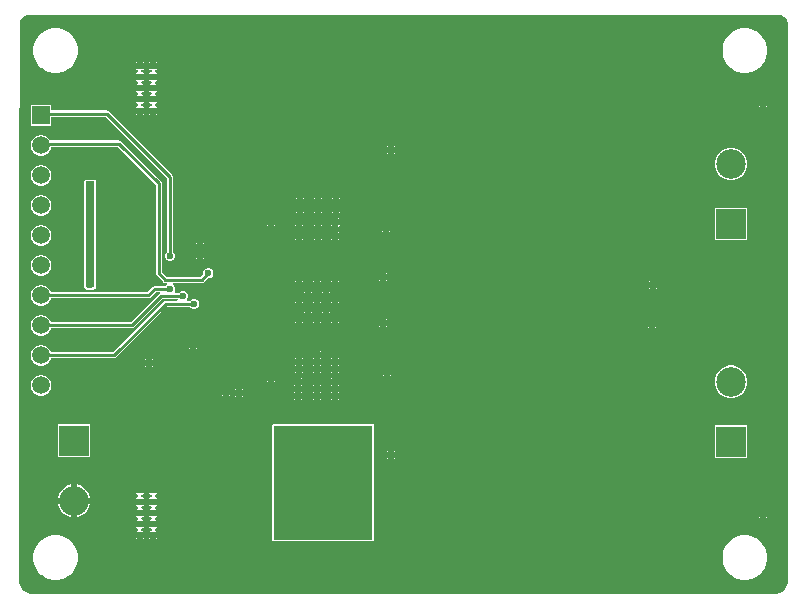
<source format=gbl>
G04*
G04 #@! TF.GenerationSoftware,Altium Limited,Altium Designer,23.1.1 (15)*
G04*
G04 Layer_Physical_Order=2*
G04 Layer_Color=16711680*
%FSLAX44Y44*%
%MOMM*%
G71*
G04*
G04 #@! TF.SameCoordinates,268351B6-6D58-47A7-88F6-7EDC03A6DC4B*
G04*
G04*
G04 #@! TF.FilePolarity,Positive*
G04*
G01*
G75*
%ADD11C,0.2540*%
%ADD35C,0.6000*%
%ADD110C,1.5000*%
%ADD111R,1.5000X1.5000*%
%ADD112R,2.5000X2.5000*%
%ADD113C,2.5000*%
%ADD114R,0.7623X8.9513*%
%ADD115R,8.3864X9.6520*%
G36*
X649654Y494993D02*
X651109Y494389D01*
X652420Y493514D01*
X653534Y492400D01*
X654409Y491090D01*
X655013Y489634D01*
X655320Y488088D01*
Y487300D01*
Y15240D01*
Y14239D01*
X654930Y12276D01*
X654164Y10427D01*
X653052Y8763D01*
X651637Y7348D01*
X649973Y6236D01*
X648123Y5470D01*
X646161Y5080D01*
X13729D01*
X11766Y5470D01*
X9917Y6236D01*
X8253Y7348D01*
X6838Y8763D01*
X5726Y10427D01*
X4960Y12276D01*
X4570Y14239D01*
Y28659D01*
X4615Y28663D01*
X4698Y28698D01*
X4761Y28761D01*
X4796Y28844D01*
X4800Y28889D01*
Y416336D01*
X4843Y416439D01*
X4921Y416517D01*
X5024Y416560D01*
X5080D01*
Y487680D01*
Y488430D01*
X5373Y489903D01*
X5947Y491289D01*
X6781Y492537D01*
X7843Y493599D01*
X9091Y494433D01*
X10477Y495007D01*
X11949Y495300D01*
X648108D01*
X649654Y494993D01*
D02*
G37*
%LPC*%
G36*
X37079Y483519D02*
X33632D01*
X33502Y483465D01*
X33364Y483493D01*
X29983Y482820D01*
X29866Y482742D01*
X29725D01*
X26540Y481423D01*
X26440Y481323D01*
X26302Y481296D01*
X23436Y479381D01*
X23358Y479264D01*
X23228Y479210D01*
X20790Y476772D01*
X20736Y476642D01*
X20619Y476564D01*
X18704Y473698D01*
X18677Y473560D01*
X18577Y473460D01*
X17258Y470275D01*
Y470134D01*
X17180Y470017D01*
X16507Y466636D01*
X16535Y466498D01*
X16481Y466368D01*
Y462921D01*
X16535Y462791D01*
X16507Y462653D01*
X17180Y459272D01*
X17258Y459155D01*
Y459014D01*
X18577Y455829D01*
X18677Y455730D01*
X18704Y455592D01*
X20619Y452725D01*
X20736Y452647D01*
X20790Y452517D01*
X23228Y450079D01*
X23358Y450026D01*
X23436Y449908D01*
X26302Y447993D01*
X26440Y447966D01*
X26540Y447866D01*
X29725Y446547D01*
X29866D01*
X29983Y446469D01*
X33364Y445796D01*
X33502Y445824D01*
X33632Y445770D01*
X37079D01*
X37209Y445824D01*
X37347Y445796D01*
X40728Y446469D01*
X40845Y446547D01*
X40986D01*
X44171Y447866D01*
X44270Y447966D01*
X44408Y447993D01*
X47275Y449908D01*
X47353Y450026D01*
X47483Y450079D01*
X49921Y452517D01*
X49974Y452647D01*
X50091Y452725D01*
X52007Y455592D01*
X52034Y455730D01*
X52134Y455829D01*
X53453Y459014D01*
Y459155D01*
X53531Y459272D01*
X54204Y462653D01*
X54176Y462791D01*
X54230Y462921D01*
Y466368D01*
X54176Y466498D01*
X54204Y466636D01*
X53531Y470017D01*
X53453Y470134D01*
Y470275D01*
X52134Y473460D01*
X52034Y473560D01*
X52007Y473698D01*
X50091Y476564D01*
X49974Y476642D01*
X49921Y476772D01*
X47483Y479210D01*
X47353Y479264D01*
X47275Y479381D01*
X44408Y481296D01*
X44270Y481323D01*
X44171Y481423D01*
X40986Y482742D01*
X40845D01*
X40728Y482820D01*
X37347Y483493D01*
X37209Y483465D01*
X37079Y483519D01*
D02*
G37*
G36*
X620648Y483519D02*
X617201D01*
X617071Y483465D01*
X616933Y483493D01*
X613552Y482820D01*
X613435Y482742D01*
X613294D01*
X610109Y481423D01*
X610009Y481323D01*
X609871Y481296D01*
X607005Y479381D01*
X606927Y479263D01*
X606797Y479210D01*
X604359Y476772D01*
X604305Y476642D01*
X604188Y476564D01*
X602273Y473698D01*
X602246Y473559D01*
X602146Y473460D01*
X600827Y470275D01*
Y470134D01*
X600749Y470017D01*
X600076Y466636D01*
X600104Y466498D01*
X600050Y466368D01*
Y462921D01*
X600104Y462791D01*
X600076Y462653D01*
X600749Y459272D01*
X600827Y459155D01*
Y459014D01*
X602146Y455829D01*
X602246Y455729D01*
X602273Y455591D01*
X604188Y452725D01*
X604305Y452647D01*
X604359Y452517D01*
X606797Y450079D01*
X606927Y450025D01*
X607005Y449908D01*
X609871Y447993D01*
X610009Y447966D01*
X610109Y447866D01*
X613294Y446547D01*
X613435D01*
X613552Y446469D01*
X616933Y445796D01*
X617071Y445824D01*
X617201Y445770D01*
X620648D01*
X620778Y445824D01*
X620916Y445796D01*
X624297Y446469D01*
X624414Y446547D01*
X624555D01*
X627740Y447866D01*
X627840Y447966D01*
X627978Y447993D01*
X630844Y449908D01*
X630922Y450025D01*
X631052Y450079D01*
X633490Y452517D01*
X633544Y452647D01*
X633661Y452725D01*
X635576Y455591D01*
X635603Y455729D01*
X635703Y455829D01*
X637022Y459014D01*
Y459155D01*
X637100Y459272D01*
X637773Y462653D01*
X637745Y462791D01*
X637799Y462921D01*
Y466368D01*
X637745Y466498D01*
X637773Y466636D01*
X637100Y470017D01*
X637022Y470134D01*
Y470275D01*
X635703Y473460D01*
X635603Y473559D01*
X635576Y473698D01*
X633661Y476564D01*
X633544Y476642D01*
X633490Y476772D01*
X631052Y479210D01*
X630922Y479264D01*
X630844Y479381D01*
X627978Y481296D01*
X627840Y481323D01*
X627740Y481423D01*
X624555Y482742D01*
X624414D01*
X624297Y482820D01*
X620916Y483493D01*
X620778Y483465D01*
X620648Y483519D01*
D02*
G37*
G36*
X120622Y455619D02*
Y454660D01*
X121580D01*
X120622Y455619D01*
D02*
G37*
G36*
X115542D02*
X114583Y454660D01*
X115542D01*
Y455619D01*
D02*
G37*
G36*
X109220D02*
Y454660D01*
X110179D01*
X109220Y455619D01*
D02*
G37*
G36*
X104140D02*
X103181Y454660D01*
X104140D01*
Y455619D01*
D02*
G37*
G36*
X121580Y449580D02*
X114583D01*
X115663Y448500D01*
X116778Y448038D01*
Y446677D01*
X115663Y446215D01*
X114583Y445135D01*
X121580D01*
X120500Y446215D01*
X119386Y446677D01*
Y448038D01*
X120500Y448500D01*
X121580Y449580D01*
D02*
G37*
G36*
X110179D02*
X103181D01*
X104261Y448500D01*
X105376Y448038D01*
Y446677D01*
X104261Y446215D01*
X103181Y445135D01*
X110179D01*
X109099Y446215D01*
X107984Y446677D01*
Y448038D01*
X109099Y448500D01*
X110179Y449580D01*
D02*
G37*
G36*
X121580Y440055D02*
X114583D01*
X115663Y438975D01*
X116778Y438513D01*
Y437152D01*
X115663Y436690D01*
X114583Y435610D01*
X121580D01*
X120500Y436690D01*
X119386Y437152D01*
Y438513D01*
X120500Y438975D01*
X121580Y440055D01*
D02*
G37*
G36*
X110179D02*
X103181D01*
X104261Y438975D01*
X105376Y438513D01*
Y437152D01*
X104261Y436690D01*
X103181Y435610D01*
X110179D01*
X109099Y436690D01*
X107984Y437152D01*
Y438513D01*
X109099Y438975D01*
X110179Y440055D01*
D02*
G37*
G36*
X121580Y430530D02*
X114583D01*
X115663Y429450D01*
X116778Y428988D01*
Y427627D01*
X115663Y427165D01*
X114583Y426085D01*
X121580D01*
X120500Y427165D01*
X119386Y427627D01*
Y428988D01*
X120500Y429450D01*
X121580Y430530D01*
D02*
G37*
G36*
X110179D02*
X103181D01*
X104261Y429450D01*
X105376Y428988D01*
Y427627D01*
X104261Y427165D01*
X103181Y426085D01*
X110179D01*
X109099Y427165D01*
X107984Y427627D01*
Y428988D01*
X109099Y429450D01*
X110179Y430530D01*
D02*
G37*
G36*
X636973Y424123D02*
Y423164D01*
X637931D01*
X636973Y424123D01*
D02*
G37*
G36*
X631893D02*
X630934Y423164D01*
X631893D01*
Y424123D01*
D02*
G37*
G36*
X637931Y418084D02*
X636973D01*
Y417125D01*
X637931Y418084D01*
D02*
G37*
G36*
X631893D02*
X630934D01*
X631893Y417125D01*
Y418084D01*
D02*
G37*
G36*
X121580Y421005D02*
X114583D01*
X115663Y419925D01*
X116778Y419463D01*
Y418102D01*
X115663Y417640D01*
X114583Y416560D01*
X121580D01*
X120500Y417640D01*
X119386Y418102D01*
Y419463D01*
X120500Y419925D01*
X121580Y421005D01*
D02*
G37*
G36*
X110179D02*
X103181D01*
X104261Y419925D01*
X105376Y419463D01*
Y418102D01*
X104261Y417640D01*
X103181Y416560D01*
X110179D01*
X109099Y417640D01*
X107984Y418102D01*
Y419463D01*
X109099Y419925D01*
X110179Y421005D01*
D02*
G37*
G36*
X121580Y411480D02*
X120622D01*
Y410521D01*
X121580Y411480D01*
D02*
G37*
G36*
X115542D02*
X114583D01*
X115542Y410521D01*
Y411480D01*
D02*
G37*
G36*
X110179D02*
X109220D01*
Y410521D01*
X110179Y411480D01*
D02*
G37*
G36*
X104140D02*
X103181D01*
X104140Y410521D01*
Y411480D01*
D02*
G37*
G36*
X322072Y384499D02*
Y383540D01*
X323031D01*
X322072Y384499D01*
D02*
G37*
G36*
X316992D02*
X316033Y383540D01*
X316992D01*
Y384499D01*
D02*
G37*
G36*
X323031Y378460D02*
X322072D01*
Y377501D01*
X323031Y378460D01*
D02*
G37*
G36*
X316992D02*
X316033D01*
X316992Y377501D01*
Y378460D01*
D02*
G37*
G36*
X608873Y382324D02*
X605247D01*
X601745Y381386D01*
X598605Y379573D01*
X596041Y377009D01*
X594228Y373869D01*
X593290Y370367D01*
Y366741D01*
X594228Y363239D01*
X596041Y360099D01*
X598605Y357535D01*
X601745Y355722D01*
X605247Y354784D01*
X608873D01*
X612375Y355722D01*
X615515Y357535D01*
X618079Y360099D01*
X619892Y363239D01*
X620830Y366741D01*
Y370367D01*
X619892Y373869D01*
X618079Y377009D01*
X615515Y379573D01*
X612375Y381386D01*
X608873Y382324D01*
D02*
G37*
G36*
X24155Y367970D02*
X21845D01*
X19615Y367372D01*
X17615Y366218D01*
X15982Y364585D01*
X14828Y362585D01*
X14230Y360355D01*
Y358045D01*
X14828Y355815D01*
X15982Y353815D01*
X17615Y352182D01*
X19615Y351028D01*
X21845Y350430D01*
X24155D01*
X26385Y351028D01*
X28385Y352182D01*
X30018Y353815D01*
X31172Y355815D01*
X31770Y358045D01*
Y360355D01*
X31172Y362585D01*
X30018Y364585D01*
X28385Y366218D01*
X26385Y367372D01*
X24155Y367970D01*
D02*
G37*
G36*
X275232Y345637D02*
Y344678D01*
X276191D01*
X275232Y345637D01*
D02*
G37*
G36*
X270152D02*
X269193Y344678D01*
X270152D01*
Y345637D01*
D02*
G37*
G36*
X260382D02*
Y344678D01*
X261341D01*
X260382Y345637D01*
D02*
G37*
G36*
X255302D02*
X254343Y344678D01*
X255302D01*
Y345637D01*
D02*
G37*
G36*
X244602D02*
Y344678D01*
X245561D01*
X244602Y345637D01*
D02*
G37*
G36*
X239522D02*
X238563Y344678D01*
X239522D01*
Y345637D01*
D02*
G37*
G36*
X276191Y339598D02*
X275232D01*
Y338639D01*
X276191Y339598D01*
D02*
G37*
G36*
X270152D02*
X269193D01*
X270152Y338639D01*
Y339598D01*
D02*
G37*
G36*
X261341D02*
X260382D01*
Y338639D01*
X261341Y339598D01*
D02*
G37*
G36*
X255302D02*
X254343D01*
X255302Y338639D01*
Y339598D01*
D02*
G37*
G36*
X245561D02*
X244602D01*
Y338639D01*
X245561Y339598D01*
D02*
G37*
G36*
X239522D02*
X238563D01*
X239522Y338639D01*
Y339598D01*
D02*
G37*
G36*
X275232Y334329D02*
Y333371D01*
X276191D01*
X275232Y334329D01*
D02*
G37*
G36*
X270152D02*
X269193Y333371D01*
X270152D01*
Y334329D01*
D02*
G37*
G36*
X260382D02*
Y333371D01*
X261341D01*
X260382Y334329D01*
D02*
G37*
G36*
X255302D02*
X254343Y333371D01*
X255302D01*
Y334329D01*
D02*
G37*
G36*
X244602D02*
Y333371D01*
X245561D01*
X244602Y334329D01*
D02*
G37*
G36*
X239522D02*
X238563Y333371D01*
X239522D01*
Y334329D01*
D02*
G37*
G36*
X276191Y328291D02*
X275232D01*
Y327332D01*
X276191Y328291D01*
D02*
G37*
G36*
X270152D02*
X269193D01*
X270152Y327332D01*
Y328291D01*
D02*
G37*
G36*
X261341D02*
X260382D01*
Y327332D01*
X261341Y328291D01*
D02*
G37*
G36*
X255302D02*
X254343D01*
X255302Y327332D01*
Y328291D01*
D02*
G37*
G36*
X245561D02*
X244602D01*
Y327332D01*
X245561Y328291D01*
D02*
G37*
G36*
X239522D02*
X238563D01*
X239522Y327332D01*
Y328291D01*
D02*
G37*
G36*
X24155Y342570D02*
X21845D01*
X19615Y341972D01*
X17615Y340818D01*
X15982Y339185D01*
X14828Y337185D01*
X14230Y334955D01*
Y332645D01*
X14828Y330415D01*
X15982Y328415D01*
X17615Y326782D01*
X19615Y325628D01*
X21845Y325030D01*
X24155D01*
X26385Y325628D01*
X28385Y326782D01*
X30018Y328415D01*
X31172Y330415D01*
X31770Y332645D01*
Y334955D01*
X31172Y337185D01*
X30018Y339185D01*
X28385Y340818D01*
X26385Y341972D01*
X24155Y342570D01*
D02*
G37*
G36*
X220390Y323031D02*
Y322072D01*
X221349D01*
X220390Y323031D01*
D02*
G37*
G36*
X215310D02*
X214351Y322072D01*
X215310D01*
Y323031D01*
D02*
G37*
G36*
X274882Y322818D02*
Y321860D01*
X275841D01*
X274882Y322818D01*
D02*
G37*
G36*
X269802D02*
X268843Y321860D01*
X269802D01*
Y322818D01*
D02*
G37*
G36*
X260032D02*
Y321860D01*
X260991D01*
X260032Y322818D01*
D02*
G37*
G36*
X254952D02*
X253993Y321860D01*
X254952D01*
Y322818D01*
D02*
G37*
G36*
X244252D02*
Y321860D01*
X245211D01*
X244252Y322818D01*
D02*
G37*
G36*
X239172D02*
X238213Y321860D01*
X239172D01*
Y322818D01*
D02*
G37*
G36*
X317756Y318042D02*
Y317083D01*
X318714D01*
X317756Y318042D01*
D02*
G37*
G36*
X312676D02*
X311717Y317083D01*
X312676D01*
Y318042D01*
D02*
G37*
G36*
X221349Y316992D02*
X220390D01*
Y316033D01*
X221349Y316992D01*
D02*
G37*
G36*
X215310D02*
X214351D01*
X215310Y316033D01*
Y316992D01*
D02*
G37*
G36*
X275841Y316780D02*
X274882D01*
Y315821D01*
X275841Y316780D01*
D02*
G37*
G36*
X269802D02*
X268843D01*
X269802Y315821D01*
Y316780D01*
D02*
G37*
G36*
X260991D02*
X260032D01*
Y315821D01*
X260991Y316780D01*
D02*
G37*
G36*
X254952D02*
X253993D01*
X254952Y315821D01*
Y316780D01*
D02*
G37*
G36*
X245211D02*
X244252D01*
Y315821D01*
X245211Y316780D01*
D02*
G37*
G36*
X239172D02*
X238213D01*
X239172Y315821D01*
Y316780D01*
D02*
G37*
G36*
X318714Y312003D02*
X317756D01*
Y311045D01*
X318714Y312003D01*
D02*
G37*
G36*
X312676D02*
X311717D01*
X312676Y311045D01*
Y312003D01*
D02*
G37*
G36*
X274882Y311511D02*
Y310552D01*
X275841D01*
X274882Y311511D01*
D02*
G37*
G36*
X269802D02*
X268843Y310552D01*
X269802D01*
Y311511D01*
D02*
G37*
G36*
X260032D02*
Y310552D01*
X260991D01*
X260032Y311511D01*
D02*
G37*
G36*
X254952D02*
X253993Y310552D01*
X254952D01*
Y311511D01*
D02*
G37*
G36*
X244252D02*
Y310552D01*
X245211D01*
X244252Y311511D01*
D02*
G37*
G36*
X239172D02*
X238213Y310552D01*
X239172D01*
Y311511D01*
D02*
G37*
G36*
X160272Y308009D02*
Y307050D01*
X161231D01*
X160272Y308009D01*
D02*
G37*
G36*
X155192D02*
X154233Y307050D01*
X155192D01*
Y308009D01*
D02*
G37*
G36*
X275841Y305472D02*
X274882D01*
Y304514D01*
X275841Y305472D01*
D02*
G37*
G36*
X269802D02*
X268843D01*
X269802Y304514D01*
Y305472D01*
D02*
G37*
G36*
X260991D02*
X260032D01*
Y304514D01*
X260991Y305472D01*
D02*
G37*
G36*
X254952D02*
X253993D01*
X254952Y304514D01*
Y305472D01*
D02*
G37*
G36*
X245211D02*
X244252D01*
Y304514D01*
X245211Y305472D01*
D02*
G37*
G36*
X239172D02*
X238213D01*
X239172Y304514D01*
Y305472D01*
D02*
G37*
G36*
X620830Y331524D02*
X593290D01*
Y303984D01*
X620830D01*
Y331524D01*
D02*
G37*
G36*
X161231Y301970D02*
X160272D01*
Y301011D01*
X161231Y301970D01*
D02*
G37*
G36*
X155192D02*
X154233D01*
X155192Y301011D01*
Y301970D01*
D02*
G37*
G36*
X24155Y317170D02*
X21845D01*
X19615Y316572D01*
X17615Y315418D01*
X15982Y313785D01*
X14828Y311785D01*
X14230Y309555D01*
Y307245D01*
X14828Y305015D01*
X15982Y303015D01*
X17615Y301382D01*
X19615Y300228D01*
X21845Y299630D01*
X24155D01*
X26385Y300228D01*
X28385Y301382D01*
X30018Y303015D01*
X31172Y305015D01*
X31770Y307245D01*
Y309555D01*
X31172Y311785D01*
X30018Y313785D01*
X28385Y315418D01*
X26385Y316572D01*
X24155Y317170D01*
D02*
G37*
G36*
X159892Y295007D02*
Y294048D01*
X160850D01*
X159892Y295007D01*
D02*
G37*
G36*
X154812D02*
X153853Y294048D01*
X154812D01*
Y295007D01*
D02*
G37*
G36*
X160850Y288968D02*
X159892D01*
Y288010D01*
X160850Y288968D01*
D02*
G37*
G36*
X154812D02*
X153853D01*
X154812Y288010D01*
Y288968D01*
D02*
G37*
G36*
X31770Y418770D02*
X14230D01*
Y401230D01*
X31770D01*
Y408890D01*
X77413D01*
X129773Y356530D01*
Y294533D01*
X128743Y293503D01*
X128093Y291933D01*
Y290235D01*
X128743Y288665D01*
X129944Y287464D01*
X131514Y286814D01*
X133212D01*
X134782Y287464D01*
X135983Y288665D01*
X136633Y290235D01*
Y291933D01*
X135983Y293503D01*
X134953Y294533D01*
Y357603D01*
X134756Y358594D01*
X134194Y359434D01*
X80317Y413311D01*
X79477Y413873D01*
X78486Y414070D01*
X31770D01*
Y418770D01*
D02*
G37*
G36*
X315437Y276308D02*
Y275349D01*
X316395D01*
X315437Y276308D01*
D02*
G37*
G36*
X310357D02*
X309398Y275349D01*
X310357D01*
Y276308D01*
D02*
G37*
G36*
X259270Y275509D02*
Y274550D01*
X260229D01*
X259270Y275509D01*
D02*
G37*
G36*
X254190D02*
X253231Y274550D01*
X254190D01*
Y275509D01*
D02*
G37*
G36*
X243840D02*
Y274550D01*
X244799D01*
X243840Y275509D01*
D02*
G37*
G36*
X238760D02*
X237801Y274550D01*
X238760D01*
Y275509D01*
D02*
G37*
G36*
X274320Y275333D02*
Y274374D01*
X275279D01*
X274320Y275333D01*
D02*
G37*
G36*
X269240D02*
X268281Y274374D01*
X269240D01*
Y275333D01*
D02*
G37*
G36*
X24155Y291770D02*
X21845D01*
X19615Y291172D01*
X17615Y290018D01*
X15982Y288385D01*
X14828Y286385D01*
X14230Y284155D01*
Y281845D01*
X14828Y279615D01*
X15982Y277615D01*
X17615Y275982D01*
X19615Y274828D01*
X21845Y274230D01*
X24155D01*
X26385Y274828D01*
X28385Y275982D01*
X30018Y277615D01*
X31172Y279615D01*
X31770Y281845D01*
Y284155D01*
X31172Y286385D01*
X30018Y288385D01*
X28385Y290018D01*
X26385Y291172D01*
X24155Y291770D01*
D02*
G37*
G36*
X316395Y270269D02*
X315437D01*
Y269311D01*
X316395Y270269D01*
D02*
G37*
G36*
X310357D02*
X309398D01*
X310357Y269311D01*
Y270269D01*
D02*
G37*
G36*
X543306Y269983D02*
Y269024D01*
X544265D01*
X543306Y269983D01*
D02*
G37*
G36*
X538226D02*
X537267Y269024D01*
X538226D01*
Y269983D01*
D02*
G37*
G36*
X260229Y269470D02*
X259270D01*
Y268511D01*
X260229Y269470D01*
D02*
G37*
G36*
X254190D02*
X253231D01*
X254190Y268511D01*
Y269470D01*
D02*
G37*
G36*
X244799D02*
X243840D01*
Y268511D01*
X244799Y269470D01*
D02*
G37*
G36*
X238760D02*
X237801D01*
X238760Y268511D01*
Y269470D01*
D02*
G37*
G36*
X275279Y269294D02*
X274320D01*
Y268335D01*
X275279Y269294D01*
D02*
G37*
G36*
X269240D02*
X268281D01*
X269240Y268335D01*
Y269294D01*
D02*
G37*
G36*
X266700Y266701D02*
Y265742D01*
X267659D01*
X266700Y266701D01*
D02*
G37*
G36*
X261620D02*
X260661Y265742D01*
X261620D01*
Y266701D01*
D02*
G37*
G36*
X251460D02*
Y265742D01*
X252419D01*
X251460Y266701D01*
D02*
G37*
G36*
X246380D02*
X245421Y265742D01*
X246380D01*
Y266701D01*
D02*
G37*
G36*
X544265Y263944D02*
X543306D01*
Y262985D01*
X544265Y263944D01*
D02*
G37*
G36*
X538226D02*
X537267D01*
X538226Y262985D01*
Y263944D01*
D02*
G37*
G36*
X68583Y355271D02*
X60960D01*
X59988Y354869D01*
X59585Y353897D01*
Y264383D01*
X59988Y263411D01*
X60960Y263009D01*
X61411D01*
X62105Y262315D01*
X63674Y261665D01*
X65373D01*
X66942Y262315D01*
X67635Y263009D01*
X68583D01*
X69555Y263411D01*
X69958Y264383D01*
Y353897D01*
X69555Y354869D01*
X68583Y355271D01*
D02*
G37*
G36*
X24155Y393370D02*
X21845D01*
X19615Y392772D01*
X17615Y391618D01*
X15982Y389985D01*
X14828Y387985D01*
X14230Y385755D01*
Y383445D01*
X14828Y381215D01*
X15982Y379215D01*
X17615Y377582D01*
X19615Y376428D01*
X21845Y375830D01*
X24155D01*
X26385Y376428D01*
X28385Y377582D01*
X30018Y379215D01*
X31172Y381215D01*
X31770Y383445D01*
Y383490D01*
X87827D01*
X120092Y351225D01*
Y276301D01*
X120289Y275310D01*
X120851Y274470D01*
X126388Y268933D01*
X127228Y268371D01*
X128219Y268174D01*
X129960D01*
X130213Y266904D01*
X129944Y266793D01*
X128914Y265763D01*
X119501D01*
X118510Y265566D01*
X117670Y265004D01*
X112855Y260190D01*
X31385D01*
X31172Y260985D01*
X30018Y262985D01*
X28385Y264618D01*
X26385Y265772D01*
X24155Y266370D01*
X21845D01*
X19615Y265772D01*
X17615Y264618D01*
X15982Y262985D01*
X14828Y260985D01*
X14230Y258755D01*
Y256445D01*
X14828Y254215D01*
X15982Y252215D01*
X17615Y250582D01*
X19615Y249428D01*
X21845Y248830D01*
X24155D01*
X26385Y249428D01*
X28385Y250582D01*
X30018Y252215D01*
X31172Y254215D01*
X31385Y255010D01*
X113928D01*
X114919Y255207D01*
X115759Y255769D01*
X120574Y260583D01*
X123575D01*
X123736Y260127D01*
X123786Y259313D01*
X123137Y258879D01*
X99047Y234790D01*
X31385D01*
X31172Y235585D01*
X30018Y237585D01*
X28385Y239218D01*
X26385Y240372D01*
X24155Y240970D01*
X21845D01*
X19615Y240372D01*
X17615Y239218D01*
X15982Y237585D01*
X14828Y235585D01*
X14230Y233355D01*
Y231045D01*
X14828Y228815D01*
X15982Y226815D01*
X17615Y225182D01*
X19615Y224028D01*
X21845Y223430D01*
X24155D01*
X26385Y224028D01*
X28385Y225182D01*
X30018Y226815D01*
X31172Y228815D01*
X31385Y229610D01*
X100120D01*
X101111Y229807D01*
X101951Y230369D01*
X126041Y254458D01*
X138781D01*
X138946Y254212D01*
X138267Y252942D01*
X128432D01*
X127441Y252745D01*
X126601Y252183D01*
X83807Y209390D01*
X31385D01*
X31172Y210185D01*
X30018Y212185D01*
X28385Y213818D01*
X26385Y214972D01*
X24155Y215570D01*
X21845D01*
X19615Y214972D01*
X17615Y213818D01*
X15982Y212185D01*
X14828Y210185D01*
X14230Y207955D01*
Y205645D01*
X14828Y203415D01*
X15982Y201415D01*
X17615Y199782D01*
X19615Y198628D01*
X21845Y198030D01*
X24155D01*
X26385Y198628D01*
X28385Y199782D01*
X30018Y201415D01*
X31172Y203415D01*
X31385Y204210D01*
X84880D01*
X85871Y204407D01*
X86711Y204969D01*
X129505Y247762D01*
X149297D01*
X150327Y246732D01*
X151897Y246082D01*
X153595D01*
X155165Y246732D01*
X156366Y247933D01*
X157016Y249503D01*
Y251201D01*
X156366Y252771D01*
X155165Y253972D01*
X153595Y254622D01*
X151897D01*
X150327Y253972D01*
X149297Y252942D01*
X146985D01*
X146458Y254212D01*
X146876Y254629D01*
X147526Y256199D01*
Y257897D01*
X146876Y259467D01*
X145675Y260668D01*
X144105Y261318D01*
X142407D01*
X140837Y260668D01*
X139807Y259638D01*
X136526D01*
X136046Y260908D01*
X136633Y262324D01*
Y264022D01*
X135983Y265592D01*
X134782Y266793D01*
X134513Y266904D01*
X134766Y268174D01*
X159260D01*
X160251Y268371D01*
X161091Y268933D01*
X164149Y271990D01*
X165606D01*
X167175Y272640D01*
X168376Y273841D01*
X169026Y275411D01*
Y277109D01*
X168376Y278679D01*
X167175Y279880D01*
X165606Y280530D01*
X163907D01*
X162337Y279880D01*
X161136Y278679D01*
X160486Y277109D01*
Y275653D01*
X158187Y273354D01*
X129292D01*
X125272Y277374D01*
Y352298D01*
X125075Y353289D01*
X124513Y354129D01*
X90731Y387911D01*
X89891Y388473D01*
X88900Y388670D01*
X30777D01*
X30018Y389985D01*
X28385Y391618D01*
X26385Y392772D01*
X24155Y393370D01*
D02*
G37*
G36*
X267659Y260662D02*
X266700D01*
Y259703D01*
X267659Y260662D01*
D02*
G37*
G36*
X261620D02*
X260661D01*
X261620Y259703D01*
Y260662D01*
D02*
G37*
G36*
X252419D02*
X251460D01*
Y259703D01*
X252419Y260662D01*
D02*
G37*
G36*
X246380D02*
X245421D01*
X246380Y259703D01*
Y260662D01*
D02*
G37*
G36*
X274320Y258009D02*
Y257050D01*
X275279D01*
X274320Y258009D01*
D02*
G37*
G36*
X269240D02*
X268281Y257050D01*
X269240D01*
Y258009D01*
D02*
G37*
G36*
X259270D02*
Y257050D01*
X260229D01*
X259270Y258009D01*
D02*
G37*
G36*
X254190D02*
X253231Y257050D01*
X254190D01*
Y258009D01*
D02*
G37*
G36*
X243840D02*
Y257050D01*
X244799D01*
X243840Y258009D01*
D02*
G37*
G36*
X238760D02*
X237801Y257050D01*
X238760D01*
Y258009D01*
D02*
G37*
G36*
X275279Y251970D02*
X274320D01*
Y251011D01*
X275279Y251970D01*
D02*
G37*
G36*
X269240D02*
X268281D01*
X269240Y251011D01*
Y251970D01*
D02*
G37*
G36*
X260229D02*
X259270D01*
Y251011D01*
X260229Y251970D01*
D02*
G37*
G36*
X254190D02*
X253231D01*
X254190Y251011D01*
Y251970D01*
D02*
G37*
G36*
X244799D02*
X243840D01*
Y251011D01*
X244799Y251970D01*
D02*
G37*
G36*
X238760D02*
X237801D01*
X238760Y251011D01*
Y251970D01*
D02*
G37*
G36*
X266700Y249509D02*
Y248550D01*
X267659D01*
X266700Y249509D01*
D02*
G37*
G36*
X261620D02*
X260661Y248550D01*
X261620D01*
Y249509D01*
D02*
G37*
G36*
X251460D02*
Y248550D01*
X252419D01*
X251460Y249509D01*
D02*
G37*
G36*
X246380D02*
X245421Y248550D01*
X246380D01*
Y249509D01*
D02*
G37*
G36*
X267659Y243470D02*
X266700D01*
Y242511D01*
X267659Y243470D01*
D02*
G37*
G36*
X261620D02*
X260661D01*
X261620Y242511D01*
Y243470D01*
D02*
G37*
G36*
X252419D02*
X251460D01*
Y242511D01*
X252419Y243470D01*
D02*
G37*
G36*
X246380D02*
X245421D01*
X246380Y242511D01*
Y243470D01*
D02*
G37*
G36*
X274320Y240759D02*
Y239800D01*
X275279D01*
X274320Y240759D01*
D02*
G37*
G36*
X269240D02*
X268281Y239800D01*
X269240D01*
Y240759D01*
D02*
G37*
G36*
X259270D02*
Y239800D01*
X260229D01*
X259270Y240759D01*
D02*
G37*
G36*
X254190D02*
X253231Y239800D01*
X254190D01*
Y240759D01*
D02*
G37*
G36*
X243840D02*
Y239800D01*
X244799D01*
X243840Y240759D01*
D02*
G37*
G36*
X238760D02*
X237801Y239800D01*
X238760D01*
Y240759D01*
D02*
G37*
G36*
X315482Y237567D02*
Y236609D01*
X316441D01*
X315482Y237567D01*
D02*
G37*
G36*
X310402D02*
X309443Y236609D01*
X310402D01*
Y237567D01*
D02*
G37*
G36*
X543143Y236415D02*
Y235456D01*
X544102D01*
X543143Y236415D01*
D02*
G37*
G36*
X538063D02*
X537105Y235456D01*
X538063D01*
Y236415D01*
D02*
G37*
G36*
X275279Y234720D02*
X274320D01*
Y233761D01*
X275279Y234720D01*
D02*
G37*
G36*
X269240D02*
X268281D01*
X269240Y233761D01*
Y234720D01*
D02*
G37*
G36*
X260229D02*
X259270D01*
Y233761D01*
X260229Y234720D01*
D02*
G37*
G36*
X254190D02*
X253231D01*
X254190Y233761D01*
Y234720D01*
D02*
G37*
G36*
X244799D02*
X243840D01*
Y233761D01*
X244799Y234720D01*
D02*
G37*
G36*
X238760D02*
X237801D01*
X238760Y233761D01*
Y234720D01*
D02*
G37*
G36*
X316441Y231528D02*
X315482D01*
Y230570D01*
X316441Y231528D01*
D02*
G37*
G36*
X310402D02*
X309443D01*
X310402Y230570D01*
Y231528D01*
D02*
G37*
G36*
X544102Y230376D02*
X543143D01*
Y229418D01*
X544102Y230376D01*
D02*
G37*
G36*
X538063D02*
X537105D01*
X538063Y229418D01*
Y230376D01*
D02*
G37*
G36*
X154268Y219007D02*
Y218048D01*
X155227D01*
X154268Y219007D01*
D02*
G37*
G36*
X149188D02*
X148230Y218048D01*
X149188D01*
Y219007D01*
D02*
G37*
G36*
X155227Y212968D02*
X154268D01*
Y212010D01*
X155227Y212968D01*
D02*
G37*
G36*
X149188D02*
X148230D01*
X149188Y212010D01*
Y212968D01*
D02*
G37*
G36*
X274470Y210306D02*
Y209348D01*
X275429D01*
X274470Y210306D01*
D02*
G37*
G36*
X269390D02*
X268431Y209348D01*
X269390D01*
Y210306D01*
D02*
G37*
G36*
X259620D02*
Y209348D01*
X260579D01*
X259620Y210306D01*
D02*
G37*
G36*
X254540D02*
X253581Y209348D01*
X254540D01*
Y210306D01*
D02*
G37*
G36*
X243840D02*
Y209348D01*
X244799D01*
X243840Y210306D01*
D02*
G37*
G36*
X238760D02*
X237801Y209348D01*
X238760D01*
Y210306D01*
D02*
G37*
G36*
X275429Y204268D02*
X274470D01*
Y203309D01*
X275429Y204268D01*
D02*
G37*
G36*
X269390D02*
X268431D01*
X269390Y203309D01*
Y204268D01*
D02*
G37*
G36*
X260579D02*
X259620D01*
Y203309D01*
X260579Y204268D01*
D02*
G37*
G36*
X254540D02*
X253581D01*
X254540Y203309D01*
Y204268D01*
D02*
G37*
G36*
X244799D02*
X243840D01*
Y203309D01*
X244799Y204268D01*
D02*
G37*
G36*
X238760D02*
X237801D01*
X238760Y203309D01*
Y204268D01*
D02*
G37*
G36*
X116842Y204123D02*
Y203164D01*
X117800D01*
X116842Y204123D01*
D02*
G37*
G36*
X111762D02*
X110803Y203164D01*
X111762D01*
Y204123D01*
D02*
G37*
G36*
X274470Y198999D02*
Y198040D01*
X275429D01*
X274470Y198999D01*
D02*
G37*
G36*
X269390D02*
X268431Y198040D01*
X269390D01*
Y198999D01*
D02*
G37*
G36*
X259620D02*
Y198040D01*
X260579D01*
X259620Y198999D01*
D02*
G37*
G36*
X254540D02*
X253581Y198040D01*
X254540D01*
Y198999D01*
D02*
G37*
G36*
X243840D02*
Y198040D01*
X244799D01*
X243840Y198999D01*
D02*
G37*
G36*
X238760D02*
X237801Y198040D01*
X238760D01*
Y198999D01*
D02*
G37*
G36*
X117800Y198084D02*
X116842D01*
Y197126D01*
X117800Y198084D01*
D02*
G37*
G36*
X111762D02*
X110803D01*
X111762Y197126D01*
Y198084D01*
D02*
G37*
G36*
X318390Y195996D02*
Y195038D01*
X319349D01*
X318390Y195996D01*
D02*
G37*
G36*
X313310D02*
X312352Y195038D01*
X313310D01*
Y195996D01*
D02*
G37*
G36*
X275429Y192960D02*
X274470D01*
Y192002D01*
X275429Y192960D01*
D02*
G37*
G36*
X269390D02*
X268431D01*
X269390Y192002D01*
Y192960D01*
D02*
G37*
G36*
X260579D02*
X259620D01*
Y192002D01*
X260579Y192960D01*
D02*
G37*
G36*
X254540D02*
X253581D01*
X254540Y192002D01*
Y192960D01*
D02*
G37*
G36*
X244799D02*
X243840D01*
Y192002D01*
X244799Y192960D01*
D02*
G37*
G36*
X238760D02*
X237801D01*
X238760Y192002D01*
Y192960D01*
D02*
G37*
G36*
X220390Y190987D02*
Y190028D01*
X221349D01*
X220390Y190987D01*
D02*
G37*
G36*
X215310D02*
X214351Y190028D01*
X215310D01*
Y190987D01*
D02*
G37*
G36*
X319349Y189958D02*
X318390D01*
Y188999D01*
X319349Y189958D01*
D02*
G37*
G36*
X313310D02*
X312352D01*
X313310Y188999D01*
Y189958D01*
D02*
G37*
G36*
X274120Y187488D02*
Y186529D01*
X275079D01*
X274120Y187488D01*
D02*
G37*
G36*
X269040D02*
X268081Y186529D01*
X269040D01*
Y187488D01*
D02*
G37*
G36*
X259270D02*
Y186529D01*
X260229D01*
X259270Y187488D01*
D02*
G37*
G36*
X254190D02*
X253231Y186529D01*
X254190D01*
Y187488D01*
D02*
G37*
G36*
X243490D02*
Y186529D01*
X244449D01*
X243490Y187488D01*
D02*
G37*
G36*
X238410D02*
X237451Y186529D01*
X238410D01*
Y187488D01*
D02*
G37*
G36*
X221349Y184948D02*
X220390D01*
Y183989D01*
X221349Y184948D01*
D02*
G37*
G36*
X215310D02*
X214351D01*
X215310Y183989D01*
Y184948D01*
D02*
G37*
G36*
X275079Y181449D02*
X274120D01*
Y180491D01*
X275079Y181449D01*
D02*
G37*
G36*
X269040D02*
X268081D01*
X269040Y180491D01*
Y181449D01*
D02*
G37*
G36*
X260229D02*
X259270D01*
Y180491D01*
X260229Y181449D01*
D02*
G37*
G36*
X254190D02*
X253231D01*
X254190Y180491D01*
Y181449D01*
D02*
G37*
G36*
X244449D02*
X243490D01*
Y180491D01*
X244449Y181449D01*
D02*
G37*
G36*
X238410D02*
X237451D01*
X238410Y180491D01*
Y181449D01*
D02*
G37*
G36*
X182161Y178848D02*
Y177889D01*
X183120D01*
X182161Y178848D01*
D02*
G37*
G36*
X177081D02*
X176122Y177889D01*
X177081D01*
Y178848D01*
D02*
G37*
G36*
X193083Y178721D02*
Y177762D01*
X194042D01*
X193083Y178721D01*
D02*
G37*
G36*
X188003D02*
X187044Y177762D01*
X188003D01*
Y178721D01*
D02*
G37*
G36*
X274120Y176181D02*
Y175222D01*
X275079D01*
X274120Y176181D01*
D02*
G37*
G36*
X269040D02*
X268081Y175222D01*
X269040D01*
Y176181D01*
D02*
G37*
G36*
X259270D02*
Y175222D01*
X260229D01*
X259270Y176181D01*
D02*
G37*
G36*
X254190D02*
X253231Y175222D01*
X254190D01*
Y176181D01*
D02*
G37*
G36*
X243490D02*
Y175222D01*
X244449D01*
X243490Y176181D01*
D02*
G37*
G36*
X238410D02*
X237451Y175222D01*
X238410D01*
Y176181D01*
D02*
G37*
G36*
X24155Y190170D02*
X21845D01*
X19615Y189572D01*
X17615Y188418D01*
X15982Y186785D01*
X14828Y184785D01*
X14230Y182555D01*
Y180245D01*
X14828Y178015D01*
X15982Y176015D01*
X17615Y174382D01*
X19615Y173228D01*
X21845Y172630D01*
X24155D01*
X26385Y173228D01*
X28385Y174382D01*
X30018Y176015D01*
X31172Y178015D01*
X31770Y180245D01*
Y182555D01*
X31172Y184785D01*
X30018Y186785D01*
X28385Y188418D01*
X26385Y189572D01*
X24155Y190170D01*
D02*
G37*
G36*
X183120Y172809D02*
X182161D01*
Y171850D01*
X183120Y172809D01*
D02*
G37*
G36*
X177081D02*
X176122D01*
X177081Y171850D01*
Y172809D01*
D02*
G37*
G36*
X194042Y172682D02*
X193083D01*
Y171723D01*
X194042Y172682D01*
D02*
G37*
G36*
X188003D02*
X187044D01*
X188003Y171723D01*
Y172682D01*
D02*
G37*
G36*
X608873Y198174D02*
X605247D01*
X601745Y197236D01*
X598605Y195423D01*
X596041Y192859D01*
X594228Y189719D01*
X593290Y186217D01*
Y182591D01*
X594228Y179089D01*
X596041Y175949D01*
X598605Y173385D01*
X601745Y171572D01*
X605247Y170634D01*
X608873D01*
X612375Y171572D01*
X615515Y173385D01*
X618079Y175949D01*
X619892Y179089D01*
X620830Y182591D01*
Y186217D01*
X619892Y189719D01*
X618079Y192859D01*
X615515Y195423D01*
X612375Y197236D01*
X608873Y198174D01*
D02*
G37*
G36*
X275079Y170142D02*
X274120D01*
Y169183D01*
X275079Y170142D01*
D02*
G37*
G36*
X269040D02*
X268081D01*
X269040Y169183D01*
Y170142D01*
D02*
G37*
G36*
X260229D02*
X259270D01*
Y169183D01*
X260229Y170142D01*
D02*
G37*
G36*
X254190D02*
X253231D01*
X254190Y169183D01*
Y170142D01*
D02*
G37*
G36*
X244449D02*
X243490D01*
Y169183D01*
X244449Y170142D01*
D02*
G37*
G36*
X238410D02*
X237451D01*
X238410Y169183D01*
Y170142D01*
D02*
G37*
G36*
X321722Y126217D02*
Y125258D01*
X322680D01*
X321722Y126217D01*
D02*
G37*
G36*
X316642D02*
X315683Y125258D01*
X316642D01*
Y126217D01*
D02*
G37*
G36*
X64570Y148390D02*
X37030D01*
Y120850D01*
X64570D01*
Y148390D01*
D02*
G37*
G36*
X620830Y147374D02*
X593290D01*
Y119834D01*
X620830D01*
Y147374D01*
D02*
G37*
G36*
X322680Y120178D02*
X321722D01*
Y119219D01*
X322680Y120178D01*
D02*
G37*
G36*
X316642D02*
X315683D01*
X316642Y119219D01*
Y120178D01*
D02*
G37*
G36*
X120622Y95825D02*
Y94866D01*
X121580D01*
X120622Y95825D01*
D02*
G37*
G36*
X115542D02*
X114583Y94866D01*
X115542D01*
Y95825D01*
D02*
G37*
G36*
X109220D02*
Y94866D01*
X110179D01*
X109220Y95825D01*
D02*
G37*
G36*
X104140D02*
X103181Y94866D01*
X104140D01*
Y95825D01*
D02*
G37*
G36*
X53340Y97395D02*
Y86360D01*
X64375D01*
X63632Y89135D01*
X61819Y92275D01*
X59255Y94839D01*
X56115Y96652D01*
X53340Y97395D01*
D02*
G37*
G36*
X48260D02*
X45485Y96652D01*
X42345Y94839D01*
X39781Y92275D01*
X37968Y89135D01*
X37225Y86360D01*
X48260D01*
Y97395D01*
D02*
G37*
G36*
X121580Y89786D02*
X114583D01*
X115663Y88706D01*
X116778Y88244D01*
Y86883D01*
X115663Y86421D01*
X114583Y85341D01*
X121580D01*
X120500Y86421D01*
X119386Y86883D01*
Y88244D01*
X120500Y88706D01*
X121580Y89786D01*
D02*
G37*
G36*
X110179D02*
X103181D01*
X104261Y88706D01*
X105376Y88244D01*
Y86883D01*
X104261Y86421D01*
X103181Y85341D01*
X110179D01*
X109099Y86421D01*
X107984Y86883D01*
Y88244D01*
X109099Y88706D01*
X110179Y89786D01*
D02*
G37*
G36*
X121580Y80261D02*
X114583D01*
X115663Y79181D01*
X116778Y78719D01*
Y77358D01*
X115663Y76896D01*
X114583Y75816D01*
X121580D01*
X120500Y76896D01*
X119386Y77358D01*
Y78719D01*
X120500Y79181D01*
X121580Y80261D01*
D02*
G37*
G36*
X110179D02*
X103181D01*
X104261Y79181D01*
X105376Y78719D01*
Y77358D01*
X104261Y76896D01*
X103181Y75816D01*
X110179D01*
X109099Y76896D01*
X107984Y77358D01*
Y78719D01*
X109099Y79181D01*
X110179Y80261D01*
D02*
G37*
G36*
X637075Y75635D02*
Y74676D01*
X638033D01*
X637075Y75635D01*
D02*
G37*
G36*
X631995D02*
X631036Y74676D01*
X631995D01*
Y75635D01*
D02*
G37*
G36*
X64375Y81280D02*
X53340D01*
Y70245D01*
X56115Y70988D01*
X59255Y72801D01*
X61819Y75365D01*
X63632Y78505D01*
X64375Y81280D01*
D02*
G37*
G36*
X48260D02*
X37225D01*
X37968Y78505D01*
X39781Y75365D01*
X42345Y72801D01*
X45485Y70988D01*
X48260Y70245D01*
Y81280D01*
D02*
G37*
G36*
X638033Y69596D02*
X637075D01*
Y68637D01*
X638033Y69596D01*
D02*
G37*
G36*
X631995D02*
X631036D01*
X631995Y68637D01*
Y69596D01*
D02*
G37*
G36*
X121580Y70736D02*
X114583D01*
X115663Y69656D01*
X116778Y69194D01*
Y67833D01*
X115663Y67371D01*
X114583Y66291D01*
X121580D01*
X120500Y67371D01*
X119386Y67833D01*
Y69194D01*
X120500Y69656D01*
X121580Y70736D01*
D02*
G37*
G36*
X110179D02*
X103181D01*
X104261Y69656D01*
X105376Y69194D01*
Y67833D01*
X104261Y67371D01*
X103181Y66291D01*
X110179D01*
X109099Y67371D01*
X107984Y67833D01*
Y69194D01*
X109099Y69656D01*
X110179Y70736D01*
D02*
G37*
G36*
X121580Y61211D02*
X114583D01*
X115663Y60131D01*
X116778Y59669D01*
Y58308D01*
X115663Y57846D01*
X114583Y56766D01*
X121580D01*
X120500Y57846D01*
X119386Y58308D01*
Y59669D01*
X120500Y60131D01*
X121580Y61211D01*
D02*
G37*
G36*
X110179D02*
X103181D01*
X104261Y60131D01*
X105376Y59669D01*
Y58308D01*
X104261Y57846D01*
X103181Y56766D01*
X110179D01*
X109099Y57846D01*
X107984Y58308D01*
Y59669D01*
X109099Y60131D01*
X110179Y61211D01*
D02*
G37*
G36*
X620648Y54279D02*
X617201D01*
X617071Y54226D01*
X616933Y54253D01*
X613552Y53580D01*
X613435Y53502D01*
X613294D01*
X610109Y52183D01*
X610010Y52083D01*
X609872Y52056D01*
X607005Y50141D01*
X606927Y50024D01*
X606797Y49970D01*
X604360Y47532D01*
X604306Y47402D01*
X604188Y47324D01*
X602273Y44458D01*
X602246Y44320D01*
X602146Y44220D01*
X600827Y41035D01*
Y40894D01*
X600749Y40777D01*
X600076Y37397D01*
X600081Y37372D01*
X600076Y37347D01*
X600097Y37242D01*
X600050Y37128D01*
Y33632D01*
X600097Y33518D01*
X600076Y33413D01*
X600081Y33388D01*
X600076Y33364D01*
X600749Y29983D01*
X600827Y29866D01*
Y29725D01*
X602146Y26540D01*
X602246Y26440D01*
X602273Y26302D01*
X604188Y23436D01*
X604306Y23358D01*
X604360Y23228D01*
X606797Y20790D01*
X606927Y20736D01*
X607005Y20619D01*
X609872Y18704D01*
X610010Y18677D01*
X610109Y18577D01*
X613294Y17258D01*
X613435D01*
X613552Y17180D01*
X616933Y16507D01*
X617071Y16535D01*
X617201Y16481D01*
X620648D01*
X620778Y16535D01*
X620916Y16507D01*
X624297Y17180D01*
X624414Y17258D01*
X624555D01*
X627740Y18577D01*
X627840Y18677D01*
X627978Y18704D01*
X630844Y20619D01*
X630922Y20736D01*
X631052Y20790D01*
X633490Y23228D01*
X633544Y23358D01*
X633661Y23436D01*
X635576Y26302D01*
X635603Y26440D01*
X635703Y26540D01*
X637022Y29725D01*
Y29866D01*
X637100Y29983D01*
X637773Y33364D01*
X637768Y33388D01*
X637773Y33413D01*
X637752Y33518D01*
X637799Y33632D01*
Y37128D01*
X637752Y37242D01*
X637773Y37347D01*
X637768Y37372D01*
X637773Y37397D01*
X637100Y40777D01*
X637022Y40894D01*
Y41035D01*
X635703Y44220D01*
X635603Y44320D01*
X635576Y44458D01*
X633661Y47324D01*
X633544Y47402D01*
X633490Y47532D01*
X631052Y49970D01*
X630922Y50024D01*
X630844Y50141D01*
X627978Y52056D01*
X627840Y52083D01*
X627740Y52183D01*
X624555Y53502D01*
X624414D01*
X624297Y53580D01*
X620916Y54253D01*
X620778Y54226D01*
X620648Y54279D01*
D02*
G37*
G36*
X37080Y54230D02*
X33632D01*
X33502Y54177D01*
X33364Y54204D01*
X29983Y53532D01*
X29866Y53453D01*
X29725D01*
X26540Y52134D01*
X26441Y52035D01*
X26303Y52007D01*
X23437Y50092D01*
X23358Y49975D01*
X23228Y49921D01*
X20791Y47484D01*
X20737Y47353D01*
X20620Y47275D01*
X18705Y44409D01*
X18677Y44271D01*
X18578Y44171D01*
X17258Y40986D01*
Y40846D01*
X17180Y40729D01*
X16508Y37348D01*
X16535Y37210D01*
X16481Y37080D01*
Y33632D01*
X16535Y33502D01*
X16508Y33364D01*
X17180Y29983D01*
X17258Y29866D01*
Y29725D01*
X18578Y26540D01*
X18677Y26441D01*
X18705Y26303D01*
X20620Y23437D01*
X20737Y23358D01*
X20791Y23228D01*
X23228Y20791D01*
X23358Y20737D01*
X23437Y20620D01*
X26303Y18705D01*
X26441Y18677D01*
X26540Y18578D01*
X29725Y17258D01*
X29866D01*
X29983Y17180D01*
X33364Y16508D01*
X33502Y16535D01*
X33632Y16481D01*
X37080D01*
X37210Y16535D01*
X37348Y16508D01*
X40729Y17180D01*
X40846Y17258D01*
X40986D01*
X44171Y18578D01*
X44271Y18677D01*
X44409Y18705D01*
X47275Y20620D01*
X47353Y20737D01*
X47484Y20791D01*
X49921Y23228D01*
X49975Y23358D01*
X50092Y23437D01*
X52007Y26303D01*
X52035Y26441D01*
X52134Y26540D01*
X53453Y29725D01*
Y29866D01*
X53532Y29983D01*
X54204Y33364D01*
X54177Y33502D01*
X54230Y33632D01*
Y37080D01*
X54177Y37209D01*
X54204Y37348D01*
X53532Y40729D01*
X53453Y40846D01*
Y40986D01*
X52134Y44171D01*
X52035Y44271D01*
X52007Y44409D01*
X50092Y47275D01*
X49975Y47353D01*
X49921Y47484D01*
X47484Y49921D01*
X47353Y49975D01*
X47275Y50092D01*
X44409Y52007D01*
X44271Y52035D01*
X44171Y52134D01*
X40986Y53453D01*
X40846D01*
X40729Y53532D01*
X37348Y54204D01*
X37209Y54177D01*
X37080Y54230D01*
D02*
G37*
G36*
X121580Y51686D02*
X120622D01*
Y50727D01*
X121580Y51686D01*
D02*
G37*
G36*
X115542D02*
X114583D01*
X115542Y50727D01*
Y51686D01*
D02*
G37*
G36*
X110179D02*
X109220D01*
Y50727D01*
X110179Y51686D01*
D02*
G37*
G36*
X104140D02*
X103181D01*
X104140Y50727D01*
Y51686D01*
D02*
G37*
G36*
X303942Y148695D02*
X220078D01*
X219106Y148292D01*
X218703Y147320D01*
Y50800D01*
X219106Y49828D01*
X220078Y49425D01*
X303942D01*
X304914Y49828D01*
X305316Y50800D01*
Y147320D01*
X304914Y148292D01*
X303942Y148695D01*
D02*
G37*
%LPD*%
D11*
X84880Y206800D02*
X128432Y250352D01*
X23000Y206800D02*
X84880D01*
X113928Y257600D02*
X119501Y263173D01*
X23000Y257600D02*
X113928D01*
X100120Y232200D02*
X124968Y257048D01*
X23000Y232200D02*
X100120D01*
X119501Y263173D02*
X132363D01*
X159260Y270764D02*
X164756Y276260D01*
X128219Y270764D02*
X159260D01*
X122682Y276301D02*
X128219Y270764D01*
X124968Y257048D02*
X143256D01*
X122682Y276301D02*
Y352298D01*
X88900Y386080D02*
X122682Y352298D01*
X132363Y291084D02*
Y357603D01*
X22860Y411480D02*
X78486D01*
X132363Y357603D01*
X128432Y250352D02*
X152746D01*
X22860Y386080D02*
X88900D01*
D35*
X241712Y308012D02*
D03*
X257492D02*
D03*
X272342D02*
D03*
Y319320D02*
D03*
X257492D02*
D03*
X241712D02*
D03*
X242062Y342138D02*
D03*
X257842D02*
D03*
X272692D02*
D03*
Y330831D02*
D03*
X257842D02*
D03*
X242062D02*
D03*
X241300Y195500D02*
D03*
X257080D02*
D03*
X271930D02*
D03*
Y206808D02*
D03*
X257080D02*
D03*
X241300D02*
D03*
X240950Y183989D02*
D03*
X256730D02*
D03*
X271580D02*
D03*
Y172682D02*
D03*
X256730D02*
D03*
X240950D02*
D03*
X132363Y263173D02*
D03*
X143256Y257048D02*
D03*
X132363Y291084D02*
D03*
X315850Y192498D02*
D03*
X319182Y122718D02*
D03*
X64523Y265935D02*
D03*
X64516Y350047D02*
D03*
Y324844D02*
D03*
Y299641D02*
D03*
Y274437D02*
D03*
X106680Y82801D02*
D03*
X118082Y54226D02*
D03*
Y63751D02*
D03*
X106680Y73276D02*
D03*
X118082D02*
D03*
X106680Y92326D02*
D03*
X118082Y82801D02*
D03*
X106680Y63751D02*
D03*
Y54226D02*
D03*
X118082Y92326D02*
D03*
Y452120D02*
D03*
X106680Y414020D02*
D03*
Y423545D02*
D03*
X118082Y442595D02*
D03*
X106680Y452120D02*
D03*
X118082Y433070D02*
D03*
X106680D02*
D03*
X118082Y423545D02*
D03*
Y414020D02*
D03*
X106680Y442595D02*
D03*
X157352Y291508D02*
D03*
X157732Y304510D02*
D03*
X271780Y271834D02*
D03*
X256730Y272010D02*
D03*
X264160Y263202D02*
D03*
X248920D02*
D03*
X271780Y254510D02*
D03*
X256730D02*
D03*
X264160Y246010D02*
D03*
X248920D02*
D03*
X241300Y272010D02*
D03*
Y254510D02*
D03*
X271780Y237260D02*
D03*
X256730D02*
D03*
X241300D02*
D03*
X312897Y272809D02*
D03*
X312942Y234069D02*
D03*
X217850Y187488D02*
D03*
Y319532D02*
D03*
X315216Y314543D02*
D03*
X319532Y381000D02*
D03*
X114302Y200624D02*
D03*
X151728Y215508D02*
D03*
X190543Y175222D02*
D03*
X179621Y175349D02*
D03*
X634535Y72136D02*
D03*
X634433Y420624D02*
D03*
X540603Y232916D02*
D03*
X540766Y266484D02*
D03*
X164756Y276260D02*
D03*
X152746Y250352D02*
D03*
D110*
X23000Y232200D02*
D03*
Y257600D02*
D03*
Y384600D02*
D03*
Y359200D02*
D03*
Y333800D02*
D03*
Y308400D02*
D03*
Y283000D02*
D03*
Y181400D02*
D03*
Y206800D02*
D03*
D111*
Y410000D02*
D03*
D112*
X50800Y134620D02*
D03*
X607060Y133604D02*
D03*
Y317754D02*
D03*
D113*
X50800Y83820D02*
D03*
X607060Y184404D02*
D03*
Y368554D02*
D03*
D114*
X64772Y309140D02*
D03*
D115*
X262010Y99060D02*
D03*
M02*

</source>
